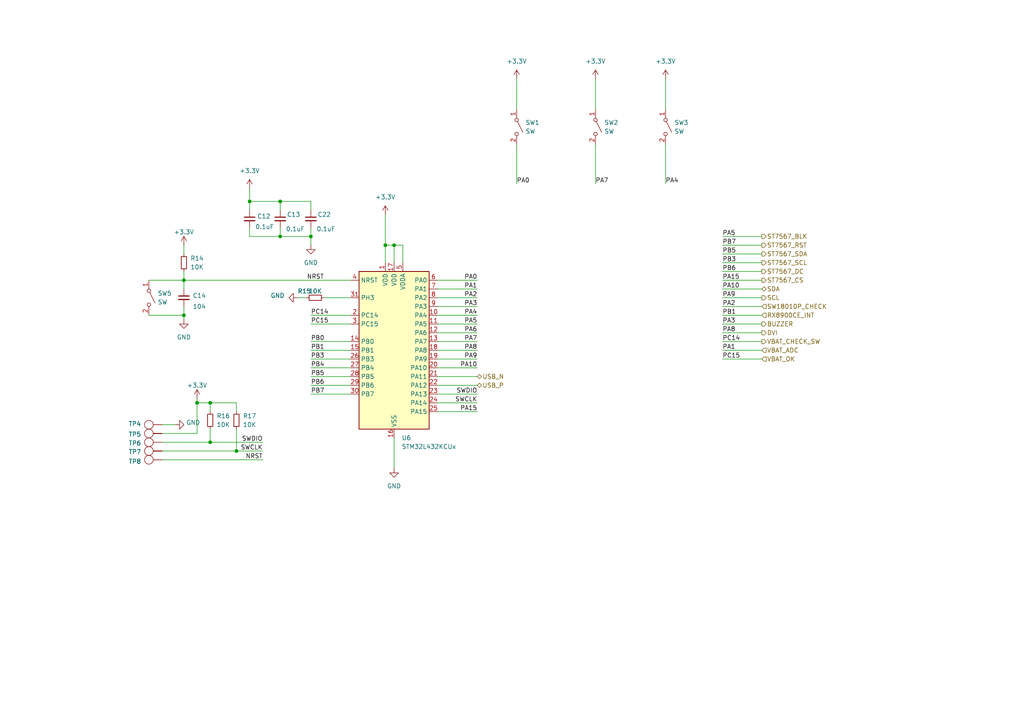
<source format=kicad_sch>
(kicad_sch (version 20231120) (generator "eeschema") (generator_version "8.0")
  (paper "A4")
  (lib_symbols
    (symbol "Device:C_Small" (pin_numbers hide) (pin_names (offset 0.254) hide)
      (property "Reference" "C" (at 0.254 1.778 0))
      (property "Value" "C_Small" (at 0.254 -2.032 0))
      (symbol "C_Small_0_1"
        (polyline (pts (xy -1.524 -0.508) (xy 1.524 -0.508)) (stroke (width 0.3302)))
        (polyline (pts (xy -1.524 0.508) (xy 1.524 0.508)) (stroke (width 0.3048)))
      )
      (symbol "C_Small_1_1"
        (pin passive line (at 0 2.54 270) (length 2.032) (name "~") (number "1"))
        (pin passive line (at 0 -2.54 90) (length 2.032) (name "~") (number "2"))
      )
    )
    (symbol "Device:R_Small" (pin_numbers hide) (pin_names (offset 0.254) hide)
      (property "Reference" "R" (at 0.762 0.508 0))
      (property "Value" "R_Small" (at 0.762 -1.016 0))
      (symbol "R_Small_0_1"
        (rectangle (start -0.762 1.778) (end 0.762 -1.778) (stroke (width 0.2032)))
      )
      (symbol "R_Small_1_1"
        (pin passive line (at 0 2.54 270) (length 0.762) (name "~") (number "1"))
        (pin passive line (at 0 -2.54 90) (length 0.762) (name "~") (number "2"))
      )
    )
    (symbol "MCU_ST_STM32L4:STM32L432KCUx"
      (property "Reference" "U" (at -10.16 24.13 0))
      (property "Value" "STM32L432KCUx" (at 5.08 24.13 0))
      (symbol "STM32L432KCUx_0_1"
        (rectangle (start -10.16 -22.86) (end 10.16 22.86) (stroke (width 0.254)) (fill (type background)))
      )
      (symbol "STM32L432KCUx_1_1"
        (pin power_in line (at -2.54 25.4 270) (length 2.54) (name "VDD") (number "1"))
        (pin bidirectional line (at 12.7 10.16 180) (length 2.54) (name "PA4") (number "10"))
        (pin bidirectional line (at 12.7 7.62 180) (length 2.54) (name "PA5") (number "11"))
        (pin bidirectional line (at 12.7 5.08 180) (length 2.54) (name "PA6") (number "12"))
        (pin bidirectional line (at 12.7 2.54 180) (length 2.54) (name "PA7") (number "13"))
        (pin bidirectional line (at -12.7 2.54 0) (length 2.54) (name "PB0") (number "14"))
        (pin bidirectional line (at -12.7 0 0) (length 2.54) (name "PB1") (number "15"))
        (pin power_in line (at 0 -25.4 90) (length 2.54) (name "VSS") (number "16"))
        (pin power_in line (at 0 25.4 270) (length 2.54) (name "VDD") (number "17"))
        (pin bidirectional line (at 12.7 0 180) (length 2.54) (name "PA8") (number "18"))
        (pin bidirectional line (at 12.7 -2.54 180) (length 2.54) (name "PA9") (number "19"))
        (pin bidirectional line (at -12.7 10.16 0) (length 2.54) (name "PC14") (number "2"))
        (pin bidirectional line (at 12.7 -5.08 180) (length 2.54) (name "PA10") (number "20"))
        (pin bidirectional line (at 12.7 -7.62 180) (length 2.54) (name "PA11") (number "21"))
        (pin bidirectional line (at 12.7 -10.16 180) (length 2.54) (name "PA12") (number "22"))
        (pin bidirectional line (at 12.7 -12.7 180) (length 2.54) (name "PA13") (number "23"))
        (pin bidirectional line (at 12.7 -15.24 180) (length 2.54) (name "PA14") (number "24"))
        (pin bidirectional line (at 12.7 -17.78 180) (length 2.54) (name "PA15") (number "25"))
        (pin bidirectional line (at -12.7 -2.54 0) (length 2.54) (name "PB3") (number "26"))
        (pin bidirectional line (at -12.7 -5.08 0) (length 2.54) (name "PB4") (number "27"))
        (pin bidirectional line (at -12.7 -7.62 0) (length 2.54) (name "PB5") (number "28"))
        (pin bidirectional line (at -12.7 -10.16 0) (length 2.54) (name "PB6") (number "29"))
        (pin bidirectional line (at -12.7 7.62 0) (length 2.54) (name "PC15") (number "3"))
        (pin bidirectional line (at -12.7 -12.7 0) (length 2.54) (name "PB7") (number "30"))
        (pin bidirectional line (at -12.7 15.24 0) (length 2.54) (name "PH3") (number "31"))
        (pin passive line (at 0 -25.4 90) (length 2.54) hide (name "VSS") (number "32"))
        (pin passive line (at 0 -25.4 90) (length 2.54) hide (name "VSS") (number "33"))
        (pin input line (at -12.7 20.32 0) (length 2.54) (name "NRST") (number "4"))
        (pin power_in line (at 2.54 25.4 270) (length 2.54) (name "VDDA") (number "5"))
        (pin bidirectional line (at 12.7 20.32 180) (length 2.54) (name "PA0") (number "6"))
        (pin bidirectional line (at 12.7 17.78 180) (length 2.54) (name "PA1") (number "7"))
        (pin bidirectional line (at 12.7 15.24 180) (length 2.54) (name "PA2") (number "8"))
        (pin bidirectional line (at 12.7 12.7 180) (length 2.54) (name "PA3") (number "9"))
      )
    )
    (symbol "My_Library:SW" (pin_names hide)
      (property "Reference" "SW" (at -0.127 2.159 0))
      (property "Value" "SW" (at -0.127 -2.159 0))
      (symbol "SW_0_0"
        (circle (center -2.032 0) (radius 0.508))
        (polyline (pts (xy -1.524 0.254) (xy 1.524 1.778)))
        (circle (center 2.032 0) (radius 0.508))
      )
      (symbol "SW_1_1"
        (pin passive line (at -5.08 0 0) (length 2.54) (name "A") (number "1"))
        (pin passive line (at 5.08 0 180) (length 2.54) (name "B") (number "2"))
      )
    )
    (symbol "My_Library:TP" (pin_numbers hide)
      (property "Reference" "TP" (at -2.54 -2.54 0))
      (symbol "TP_0_1"
        (polyline (pts (xy 0 1.27) (xy 0 -1.27)))
        (circle (center 0 2.54) (radius 1.27))
      )
      (symbol "TP_1_1"
        (pin passive line (at 0 -1.27 90) (length 2.54) (name "") (number "1"))
      )
    )
    (symbol "power:+3.3V" (power) (pin_numbers hide) (pin_names (offset 0) hide)
      (property "Value" "+3.3V" (at 0 3.556 0))
      (symbol "+3.3V_0_1"
        (polyline (pts (xy -0.762 1.27) (xy 0 2.54)))
        (polyline (pts (xy 0 0) (xy 0 2.54)))
        (polyline (pts (xy 0 2.54) (xy 0.762 1.27)))
      )
      (symbol "+3.3V_1_1"
        (pin power_in line (at 0 0 90) (length 0) (name "~") (number "1"))
      )
    )
    (symbol "power:GND" (power) (pin_numbers hide) (pin_names (offset 0) hide)
      (property "Value" "GND" (at 0 -3.81 0))
      (symbol "GND_0_1"
        (polyline (pts (xy 0 0) (xy 0 -1.27) (xy 1.27 -1.27) (xy 0 -2.54) (xy -1.27 -1.27) (xy 0 -1.27)))
      )
      (symbol "GND_1_1"
        (pin power_in line (at 0 0 270) (length 0) (name "~") (number "1"))
      )
    )
  )
  (junction (at 53.34 81.28))
  (junction (at 81.28 58.42))
  (junction (at 81.28 68.58))
  (junction (at 57.15 116.84))
  (junction (at 114.3 71.12))
  (junction (at 53.34 91.44))
  (junction (at 68.58 130.81))
  (junction (at 90.17 68.58))
  (junction (at 60.96 116.84))
  (junction (at 60.96 128.27))
  (junction (at 111.76 71.12))
  (junction (at 72.39 58.42))
  (wire (pts (xy 81.28 66.04) (xy 81.28 68.58)))
  (wire (pts (xy 127 119.38) (xy 138.43 119.38)))
  (wire (pts (xy 53.34 71.12) (xy 53.34 73.66)))
  (wire (pts (xy 90.17 109.22) (xy 101.6 109.22)))
  (wire (pts (xy 220.98 78.74) (xy 209.55 78.74)))
  (wire (pts (xy 81.28 58.42) (xy 90.17 58.42)))
  (wire (pts (xy 116.84 76.2) (xy 116.84 71.12)))
  (wire (pts (xy 127 83.82) (xy 138.43 83.82)))
  (wire (pts (xy 57.15 116.84) (xy 60.96 116.84)))
  (wire (pts (xy 193.04 22.86) (xy 193.04 31.75)))
  (wire (pts (xy 60.96 116.84) (xy 68.58 116.84)))
  (wire (pts (xy 193.04 41.91) (xy 193.04 53.34)))
  (wire (pts (xy 127 91.44) (xy 138.43 91.44)))
  (wire (pts (xy 53.34 78.74) (xy 53.34 81.28)))
  (wire (pts (xy 90.17 101.6) (xy 101.6 101.6)))
  (wire (pts (xy 60.96 128.27) (xy 60.96 124.46)))
  (wire (pts (xy 90.17 114.3) (xy 101.6 114.3)))
  (wire (pts (xy 46.99 133.35) (xy 76.2 133.35)))
  (wire (pts (xy 81.28 58.42) (xy 72.39 58.42)))
  (wire (pts (xy 149.86 41.91) (xy 149.86 53.34)))
  (wire (pts (xy 53.34 81.28) (xy 101.6 81.28)))
  (wire (pts (xy 68.58 116.84) (xy 68.58 119.38)))
  (wire (pts (xy 53.34 88.9) (xy 53.34 91.44)))
  (wire (pts (xy 68.58 130.81) (xy 76.2 130.81)))
  (wire (pts (xy 72.39 54.61) (xy 72.39 58.42)))
  (wire (pts (xy 220.98 101.6) (xy 209.55 101.6)))
  (wire (pts (xy 127 114.3) (xy 138.43 114.3)))
  (wire (pts (xy 46.99 128.27) (xy 60.96 128.27)))
  (wire (pts (xy 53.34 91.44) (xy 53.34 92.71)))
  (wire (pts (xy 90.17 93.98) (xy 101.6 93.98)))
  (wire (pts (xy 220.98 86.36) (xy 209.55 86.36)))
  (wire (pts (xy 111.76 71.12) (xy 111.76 76.2)))
  (wire (pts (xy 220.98 68.58) (xy 209.55 68.58)))
  (wire (pts (xy 90.17 104.14) (xy 101.6 104.14)))
  (wire (pts (xy 114.3 135.89) (xy 114.3 127)))
  (wire (pts (xy 127 93.98) (xy 138.43 93.98)))
  (wire (pts (xy 209.55 96.52) (xy 220.98 96.52)))
  (wire (pts (xy 220.98 76.2) (xy 209.55 76.2)))
  (wire (pts (xy 43.18 81.28) (xy 53.34 81.28)))
  (wire (pts (xy 72.39 58.42) (xy 72.39 60.96)))
  (wire (pts (xy 90.17 99.06) (xy 101.6 99.06)))
  (wire (pts (xy 127 86.36) (xy 138.43 86.36)))
  (wire (pts (xy 90.17 91.44) (xy 101.6 91.44)))
  (wire (pts (xy 57.15 125.73) (xy 46.99 125.73)))
  (wire (pts (xy 86.36 86.36) (xy 88.9 86.36)))
  (wire (pts (xy 90.17 66.04) (xy 90.17 68.58)))
  (wire (pts (xy 116.84 71.12) (xy 114.3 71.12)))
  (wire (pts (xy 57.15 115.57) (xy 57.15 116.84)))
  (wire (pts (xy 90.17 106.68) (xy 101.6 106.68)))
  (wire (pts (xy 127 99.06) (xy 138.43 99.06)))
  (wire (pts (xy 149.86 22.86) (xy 149.86 31.75)))
  (wire (pts (xy 220.98 83.82) (xy 209.55 83.82)))
  (wire (pts (xy 72.39 68.58) (xy 72.39 66.04)))
  (wire (pts (xy 93.98 86.36) (xy 101.6 86.36)))
  (wire (pts (xy 220.98 81.28) (xy 209.55 81.28)))
  (wire (pts (xy 68.58 130.81) (xy 68.58 124.46)))
  (wire (pts (xy 111.76 62.23) (xy 111.76 71.12)))
  (wire (pts (xy 53.34 83.82) (xy 53.34 81.28)))
  (wire (pts (xy 60.96 128.27) (xy 76.2 128.27)))
  (wire (pts (xy 209.55 104.14) (xy 220.98 104.14)))
  (wire (pts (xy 46.99 130.81) (xy 68.58 130.81)))
  (wire (pts (xy 60.96 116.84) (xy 60.96 119.38)))
  (wire (pts (xy 209.55 99.06) (xy 220.98 99.06)))
  (wire (pts (xy 127 106.68) (xy 138.43 106.68)))
  (wire (pts (xy 220.98 71.12) (xy 209.55 71.12)))
  (wire (pts (xy 127 88.9) (xy 138.43 88.9)))
  (wire (pts (xy 172.72 22.86) (xy 172.72 31.75)))
  (wire (pts (xy 90.17 68.58) (xy 90.17 71.12)))
  (wire (pts (xy 209.55 91.44) (xy 220.98 91.44)))
  (wire (pts (xy 127 81.28) (xy 138.43 81.28)))
  (wire (pts (xy 127 101.6) (xy 138.43 101.6)))
  (wire (pts (xy 43.18 91.44) (xy 53.34 91.44)))
  (wire (pts (xy 209.55 93.98) (xy 220.98 93.98)))
  (wire (pts (xy 127 111.76) (xy 138.43 111.76)))
  (wire (pts (xy 114.3 76.2) (xy 114.3 71.12)))
  (wire (pts (xy 209.55 88.9) (xy 220.98 88.9)))
  (wire (pts (xy 81.28 60.96) (xy 81.28 58.42)))
  (wire (pts (xy 114.3 71.12) (xy 111.76 71.12)))
  (wire (pts (xy 50.8 123.19) (xy 46.99 123.19)))
  (wire (pts (xy 127 116.84) (xy 138.43 116.84)))
  (wire (pts (xy 57.15 116.84) (xy 57.15 125.73)))
  (wire (pts (xy 127 96.52) (xy 138.43 96.52)))
  (wire (pts (xy 220.98 73.66) (xy 209.55 73.66)))
  (wire (pts (xy 127 109.22) (xy 138.43 109.22)))
  (wire (pts (xy 90.17 68.58) (xy 81.28 68.58)))
  (wire (pts (xy 127 104.14) (xy 138.43 104.14)))
  (wire (pts (xy 90.17 111.76) (xy 101.6 111.76)))
  (wire (pts (xy 172.72 41.91) (xy 172.72 53.34)))
  (wire (pts (xy 90.17 60.96) (xy 90.17 58.42)))
  (wire (pts (xy 81.28 68.58) (xy 72.39 68.58)))
  (label "PA8" (at 138.43 101.6 180))
  (label "PC15" (at 209.55 104.14 0))
  (label "PB1" (at 209.55 91.44 0))
  (label "PB3" (at 209.55 76.2 0))
  (label "PA9" (at 209.55 86.36 0))
  (label "PB5" (at 209.55 73.66 0))
  (label "PA3" (at 209.55 93.98 0))
  (label "PB0" (at 90.17 99.06 0))
  (label "PB6" (at 90.17 111.76 0))
  (label "PA5" (at 138.43 93.98 180))
  (label "PA10" (at 138.43 106.68 180))
  (label "SWCLK" (at 76.2 130.81 180))
  (label "SWDIO" (at 138.43 114.3 180))
  (label "PA2" (at 138.43 86.36 180))
  (label "PA7" (at 172.72 53.34 0))
  (label "PA4" (at 138.43 91.44 180))
  (label "PB7" (at 90.17 114.3 0))
  (label "PA15" (at 138.43 119.38 180))
  (label "NRST" (at 76.2 133.35 180))
  (label "PA0" (at 149.86 53.34 0))
  (label "PA15" (at 209.55 81.28 0))
  (label "PA5" (at 209.55 68.58 0))
  (label "SWDIO" (at 76.2 128.27 180))
  (label "PA2" (at 209.55 88.9 0))
  (label "PA9" (at 138.43 104.14 180))
  (label "PB4" (at 90.17 106.68 0))
  (label "PC15" (at 90.17 93.98 0))
  (label "PA8" (at 209.55 96.52 0))
  (label "PC14" (at 90.17 91.44 0))
  (label "SWCLK" (at 138.43 116.84 180))
  (label "PA10" (at 209.55 83.82 0))
  (label "PC14" (at 209.55 99.06 0))
  (label "PB6" (at 209.55 78.74 0))
  (label "PA6" (at 138.43 96.52 180))
  (label "PA4" (at 193.04 53.34 0))
  (label "PA7" (at 138.43 99.06 180))
  (label "PA1" (at 138.43 83.82 180))
  (label "PB5" (at 90.17 109.22 0))
  (label "PA0" (at 138.43 81.28 180))
  (label "PA3" (at 138.43 88.9 180))
  (label "PA1" (at 209.55 101.6 0))
  (label "PB1" (at 90.17 101.6 0))
  (label "PB7" (at 209.55 71.12 0))
  (label "PB3" (at 90.17 104.14 0))
  (label "NRST" (at 93.98 81.28 180))
  (hierarchical_label "SDA" (shape bidirectional) (at 220.98 83.82 0))
  (hierarchical_label "USB_P" (shape bidirectional) (at 138.43 111.76 0))
  (hierarchical_label "DVI" (shape output) (at 220.98 96.52 0))
  (hierarchical_label "BUZZER" (shape output) (at 220.98 93.98 0))
  (hierarchical_label "VBAT_CHECK_SW" (shape output) (at 220.98 99.06 0))
  (hierarchical_label "ST7567_SCL" (shape output) (at 220.98 76.2 0))
  (hierarchical_label "USB_N" (shape bidirectional) (at 138.43 109.22 0))
  (hierarchical_label "SW18010P_CHECK" (shape input) (at 220.98 88.9 0))
  (hierarchical_label "ST7567_CS" (shape output) (at 220.98 81.28 0))
  (hierarchical_label "RX8900CE_INT" (shape input) (at 220.98 91.44 0))
  (hierarchical_label "SCL" (shape output) (at 220.98 86.36 0))
  (hierarchical_label "ST7567_SDA" (shape output) (at 220.98 73.66 0))
  (hierarchical_label "VBAT_OK" (shape input) (at 220.98 104.14 0))
  (hierarchical_label "ST7567_BLK" (shape output) (at 220.98 68.58 0))
  (hierarchical_label "ST7567_DC" (shape output) (at 220.98 78.74 0))
  (hierarchical_label "VBAT_ADC" (shape input) (at 220.98 101.6 0))
  (hierarchical_label "ST7567_RST" (shape output) (at 220.98 71.12 0))
  (symbol (lib_id "power:+3.3V") (at 53.34 71.12 0) (unit 1)
    (property "Reference" "#PWR051" (effects (hide yes)))
    (property "Value" "+3.3V" (at 53.34 67.31 0))
    (property "Description" "Power symbol creates a global label with name \"+3.3V\"" (effects (hide yes)))
  )
  (symbol (lib_id "Device:C_Small") (at 90.17 63.5 0) (mirror y) (unit 1)
    (property "Reference" "C22" (at 96.012 62.23 0) (effects (justify left)))
    (property "Value" "0.1uF" (at 97.282 66.4147 0) (effects (justify left)))
    (property "Footprint" "Capacitor_SMD:C_0603_1608Metric" (effects (hide yes)))
    (property "Description" "Unpolarized capacitor, small symbol" (effects (hide yes)))
  )
  (symbol (lib_id "My_Library:TP") (at 45.72 133.35 90) (unit 1)
    (property "Reference" "TP8" (at 39.116 133.858 90))
    (property "Footprint" "My_Library:TP" (effects (hide yes)))
  )
  (symbol (lib_id "Device:R_Small") (at 60.96 121.92 180) (unit 1)
    (property "Reference" "R16" (at 64.77 120.65 0))
    (property "Value" "10K" (at 64.77 123.19 0))
    (property "Footprint" "Resistor_SMD:R_0603_1608Metric" (effects (hide yes)))
    (property "Description" "Resistor, small symbol" (effects (hide yes)))
  )
  (symbol (lib_id "Device:R_Small") (at 53.34 76.2 180) (unit 1)
    (property "Reference" "R14" (at 57.15 74.93 0))
    (property "Value" "10K" (at 57.15 77.47 0))
    (property "Footprint" "Resistor_SMD:R_0603_1608Metric" (effects (hide yes)))
    (property "Description" "Resistor, small symbol" (effects (hide yes)))
  )
  (symbol (lib_id "My_Library:SW") (at 172.72 36.83 270) (unit 1)
    (property "Reference" "SW2" (at 175.26 35.5599 90) (effects (justify left)))
    (property "Value" "SW" (at 175.26 38.0999 90) (effects (justify left)))
    (property "Footprint" "My_Library:SW-SMD_L4.7-W3.5-P3.35-EH" (effects (hide yes)))
  )
  (symbol (lib_id "power:+3.3V") (at 193.04 22.86 0) (unit 1)
    (property "Reference" "#PWR048" (effects (hide yes)))
    (property "Value" "+3.3V" (at 193.04 17.78 0))
    (property "Description" "Power symbol creates a global label with name \"+3.3V\"" (effects (hide yes)))
  )
  (symbol (lib_id "power:GND") (at 90.17 71.12 0) (unit 1)
    (property "Reference" "#PWR052" (effects (hide yes)))
    (property "Value" "GND" (at 90.17 76.2 0))
    (property "Description" "Power symbol creates a global label with name \"GND\" , ground" (effects (hide yes)))
  )
  (symbol (lib_id "power:GND") (at 53.34 92.71 0) (unit 1)
    (property "Reference" "#PWR054" (effects (hide yes)))
    (property "Value" "GND" (at 53.34 97.79 0))
    (property "Description" "Power symbol creates a global label with name \"GND\" , ground" (effects (hide yes)))
  )
  (symbol (lib_id "My_Library:TP") (at 45.72 125.73 90) (unit 1)
    (property "Reference" "TP5" (at 39.116 125.984 90))
    (property "Footprint" "My_Library:TP" (effects (hide yes)))
  )
  (symbol (lib_id "My_Library:SW") (at 43.18 86.36 270) (unit 1)
    (property "Reference" "SW5" (at 45.72 85.0899 90) (effects (justify left)))
    (property "Value" "SW" (at 45.72 87.6299 90) (effects (justify left)))
    (property "Footprint" "My_Library:SW-SMD_L4.0-W2.9-LS5.0" (effects (hide yes)))
  )
  (symbol (lib_id "power:+3.3V") (at 57.15 115.57 0) (mirror y) (unit 1)
    (property "Reference" "#PWR055" (effects (hide yes)))
    (property "Value" "+3.3V" (at 57.15 111.76 0))
    (property "Description" "Power symbol creates a global label with name \"+3.3V\"" (effects (hide yes)))
  )
  (symbol (lib_id "My_Library:SW") (at 149.86 36.83 270) (unit 1)
    (property "Reference" "SW1" (at 152.4 35.5599 90) (effects (justify left)))
    (property "Value" "SW" (at 152.4 38.0999 90) (effects (justify left)))
    (property "Footprint" "My_Library:SW-SMD_L4.7-W3.5-P3.35-EH" (effects (hide yes)))
  )
  (symbol (lib_id "power:+3.3V") (at 72.39 54.61 0) (unit 1)
    (property "Reference" "#PWR049" (effects (hide yes)))
    (property "Value" "+3.3V" (at 72.39 49.53 0))
    (property "Description" "Power symbol creates a global label with name \"+3.3V\"" (effects (hide yes)))
  )
  (symbol (lib_id "Device:C_Small") (at 72.39 63.5 0) (mirror y) (unit 1)
    (property "Reference" "C12" (at 78.486 62.738 0) (effects (justify left)))
    (property "Value" "0.1uF" (at 79.502 65.786 0) (effects (justify left)))
    (property "Footprint" "Capacitor_SMD:C_0603_1608Metric" (effects (hide yes)))
    (property "Description" "Unpolarized capacitor, small symbol" (effects (hide yes)))
  )
  (symbol (lib_id "My_Library:SW") (at 193.04 36.83 270) (unit 1)
    (property "Reference" "SW3" (at 195.58 35.5599 90) (effects (justify left)))
    (property "Value" "SW" (at 195.58 38.0999 90) (effects (justify left)))
    (property "Footprint" "My_Library:SW-SMD_L4.7-W3.5-P3.35-EH" (effects (hide yes)))
  )
  (symbol (lib_id "My_Library:TP") (at 45.72 128.27 90) (unit 1)
    (property "Reference" "TP6" (at 39.116 128.524 90))
    (property "Footprint" "My_Library:TP" (effects (hide yes)))
  )
  (symbol (lib_id "My_Library:TP") (at 45.72 130.81 90) (unit 1)
    (property "Reference" "TP7" (at 39.116 131.064 90))
    (property "Footprint" "My_Library:TP" (effects (hide yes)))
  )
  (symbol (lib_id "Device:C_Small") (at 53.34 86.36 0) (unit 1)
    (property "Reference" "C14" (at 55.88 85.7313 0) (effects (justify left)))
    (property "Value" "104" (at 55.88 88.9 0) (effects (justify left)))
    (property "Footprint" "Capacitor_SMD:C_0603_1608Metric" (effects (hide yes)))
    (property "Description" "Unpolarized capacitor, small symbol" (effects (hide yes)))
  )
  (symbol (lib_id "power:GND") (at 50.8 123.19 90) (mirror x) (unit 1)
    (property "Reference" "#PWR056" (effects (hide yes)))
    (property "Value" "GND" (at 53.975 122.555 90) (effects (justify right)))
    (property "Description" "Power symbol creates a global label with name \"GND\" , ground" (effects (hide yes)))
  )
  (symbol (lib_id "My_Library:TP") (at 45.72 123.19 90) (unit 1)
    (property "Reference" "TP4" (at 39.116 122.936 90))
    (property "Footprint" "My_Library:TP" (effects (hide yes)))
  )
  (symbol (lib_id "Device:R_Small") (at 68.58 121.92 180) (unit 1)
    (property "Reference" "R17" (at 72.39 120.65 0))
    (property "Value" "10K" (at 72.39 123.19 0))
    (property "Footprint" "Resistor_SMD:R_0603_1608Metric" (effects (hide yes)))
    (property "Description" "Resistor, small symbol" (effects (hide yes)))
  )
  (symbol (lib_id "power:+3.3V") (at 149.86 22.86 0) (unit 1)
    (property "Reference" "#PWR046" (effects (hide yes)))
    (property "Value" "+3.3V" (at 149.86 17.78 0))
    (property "Description" "Power symbol creates a global label with name \"+3.3V\"" (effects (hide yes)))
  )
  (symbol (lib_id "power:GND") (at 114.3 135.89 0) (unit 1)
    (property "Reference" "#PWR057" (effects (hide yes)))
    (property "Value" "GND" (at 114.3 140.97 0))
    (property "Description" "Power symbol creates a global label with name \"GND\" , ground" (effects (hide yes)))
  )
  (symbol (lib_id "Device:C_Small") (at 81.28 63.5 0) (mirror y) (unit 1)
    (property "Reference" "C13" (at 87.122 62.23 0) (effects (justify left)))
    (property "Value" "0.1uF" (at 88.392 66.4147 0) (effects (justify left)))
    (property "Footprint" "Capacitor_SMD:C_0603_1608Metric" (effects (hide yes)))
    (property "Description" "Unpolarized capacitor, small symbol" (effects (hide yes)))
  )
  (symbol (lib_id "power:+3.3V") (at 172.72 22.86 0) (unit 1)
    (property "Reference" "#PWR047" (effects (hide yes)))
    (property "Value" "+3.3V" (at 172.72 17.78 0))
    (property "Description" "Power symbol creates a global label with name \"+3.3V\"" (effects (hide yes)))
  )
  (symbol (lib_id "MCU_ST_STM32L4:STM32L432KCUx") (at 114.3 101.6 0) (unit 1)
    (property "Reference" "U6" (at 116.4941 127 0) (effects (justify left)))
    (property "Value" "STM32L432KCUx" (at 116.4941 129.54 0) (effects (justify left)))
    (property "Footprint" "Package_DFN_QFN:QFN-32-1EP_5x5mm_P0.5mm_EP3.45x3.45mm" (effects (hide yes)))
    (property "Datasheet" "https://www.st.com/resource/en/datasheet/stm32l432kc.pdf" (effects (hide yes)))
    (property "Description" "STMicroelectronics Arm Cortex-M4 MCU, 256KB flash, 64KB RAM, 80 MHz, 1.71-3.6V, 26 GPIO, UFQFPN32" (effects (hide yes)))
  )
  (symbol (lib_id "Device:R_Small") (at 91.44 86.36 90) (mirror x) (unit 1)
    (property "Reference" "R15" (at 88.265 84.455 90))
    (property "Value" "10K" (at 91.44 84.455 90))
    (property "Footprint" "Resistor_SMD:R_0603_1608Metric" (effects (hide yes)))
    (property "Description" "Resistor, small symbol" (effects (hide yes)))
  )
  (symbol (lib_id "power:+3.3V") (at 111.76 62.23 0) (unit 1)
    (property "Reference" "#PWR050" (effects (hide yes)))
    (property "Value" "+3.3V" (at 111.76 57.15 0))
    (property "Description" "Power symbol creates a global label with name \"+3.3V\"" (effects (hide yes)))
  )
  (symbol (lib_id "power:GND") (at 86.36 86.36 270) (mirror x) (unit 1)
    (property "Reference" "#PWR053" (effects (hide yes)))
    (property "Value" "GND" (at 82.55 85.725 90) (effects (justify right)))
    (property "Description" "Power symbol creates a global label with name \"GND\" , ground" (effects (hide yes)))
  )
)
</source>
